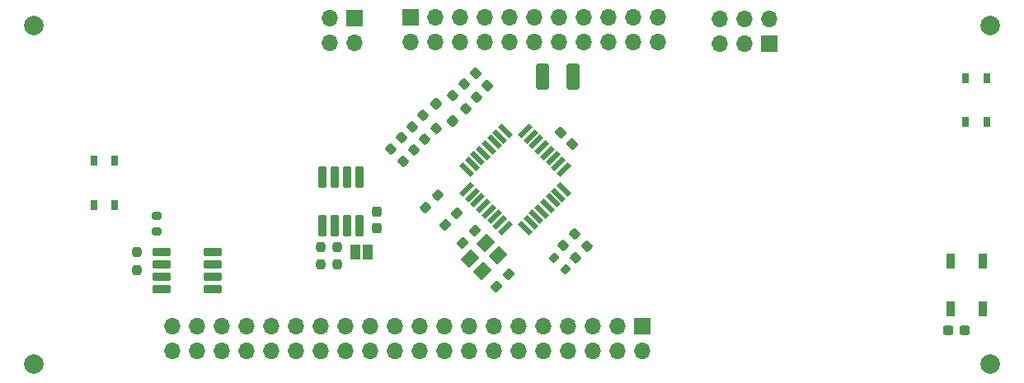
<source format=gts>
G04 #@! TF.GenerationSoftware,KiCad,Pcbnew,9.0.1-9.0.1-0~ubuntu24.04.1*
G04 #@! TF.CreationDate,2025-04-20T11:34:57-06:00*
G04 #@! TF.ProjectId,Controller,436f6e74-726f-46c6-9c65-722e6b696361,rev?*
G04 #@! TF.SameCoordinates,Original*
G04 #@! TF.FileFunction,Soldermask,Top*
G04 #@! TF.FilePolarity,Negative*
%FSLAX46Y46*%
G04 Gerber Fmt 4.6, Leading zero omitted, Abs format (unit mm)*
G04 Created by KiCad (PCBNEW 9.0.1-9.0.1-0~ubuntu24.04.1) date 2025-04-20 11:34:57*
%MOMM*%
%LPD*%
G01*
G04 APERTURE LIST*
G04 Aperture macros list*
%AMRoundRect*
0 Rectangle with rounded corners*
0 $1 Rounding radius*
0 $2 $3 $4 $5 $6 $7 $8 $9 X,Y pos of 4 corners*
0 Add a 4 corners polygon primitive as box body*
4,1,4,$2,$3,$4,$5,$6,$7,$8,$9,$2,$3,0*
0 Add four circle primitives for the rounded corners*
1,1,$1+$1,$2,$3*
1,1,$1+$1,$4,$5*
1,1,$1+$1,$6,$7*
1,1,$1+$1,$8,$9*
0 Add four rect primitives between the rounded corners*
20,1,$1+$1,$2,$3,$4,$5,0*
20,1,$1+$1,$4,$5,$6,$7,0*
20,1,$1+$1,$6,$7,$8,$9,0*
20,1,$1+$1,$8,$9,$2,$3,0*%
%AMRotRect*
0 Rectangle, with rotation*
0 The origin of the aperture is its center*
0 $1 length*
0 $2 width*
0 $3 Rotation angle, in degrees counterclockwise*
0 Add horizontal line*
21,1,$1,$2,0,0,$3*%
G04 Aperture macros list end*
%ADD10RoundRect,0.237500X-0.044194X-0.380070X0.380070X0.044194X0.044194X0.380070X-0.380070X-0.044194X0*%
%ADD11R,1.700000X1.700000*%
%ADD12O,1.700000X1.700000*%
%ADD13RoundRect,0.099250X-0.792750X-0.297750X0.792750X-0.297750X0.792750X0.297750X-0.792750X0.297750X0*%
%ADD14RoundRect,0.102000X-0.279400X0.990600X-0.279400X-0.990600X0.279400X-0.990600X0.279400X0.990600X0*%
%ADD15R,0.711200X0.990600*%
%ADD16RoundRect,0.102000X0.070711X0.848528X-0.848528X-0.070711X-0.070711X-0.848528X0.848528X0.070711X0*%
%ADD17RoundRect,0.237500X-0.344715X0.008839X0.008839X-0.344715X0.344715X-0.008839X-0.008839X0.344715X0*%
%ADD18RoundRect,0.200000X0.335876X0.053033X0.053033X0.335876X-0.335876X-0.053033X-0.053033X-0.335876X0*%
%ADD19RoundRect,0.237500X0.344715X-0.008839X-0.008839X0.344715X-0.344715X0.008839X0.008839X-0.344715X0*%
%ADD20RoundRect,0.237500X0.044194X0.380070X-0.380070X-0.044194X-0.044194X-0.380070X0.380070X0.044194X0*%
%ADD21RoundRect,0.250000X0.353553X0.000000X0.000000X0.353553X-0.353553X0.000000X0.000000X-0.353553X0*%
%ADD22RotRect,1.600000X0.550000X45.000000*%
%ADD23RotRect,1.600000X0.550000X135.000000*%
%ADD24RoundRect,0.237500X0.008839X0.344715X-0.344715X-0.008839X-0.008839X-0.344715X0.344715X0.008839X0*%
%ADD25RoundRect,0.237500X-0.380070X0.044194X0.044194X-0.380070X0.380070X-0.044194X-0.044194X0.380070X0*%
%ADD26RoundRect,0.250000X0.412500X1.100000X-0.412500X1.100000X-0.412500X-1.100000X0.412500X-1.100000X0*%
%ADD27RoundRect,0.237500X0.237500X-0.250000X0.237500X0.250000X-0.237500X0.250000X-0.237500X-0.250000X0*%
%ADD28R,1.000000X1.500000*%
%ADD29R,0.900000X1.500000*%
%ADD30RoundRect,0.200000X-0.275000X0.200000X-0.275000X-0.200000X0.275000X-0.200000X0.275000X0.200000X0*%
%ADD31RoundRect,0.237500X0.300000X0.237500X-0.300000X0.237500X-0.300000X-0.237500X0.300000X-0.237500X0*%
%ADD32RoundRect,0.237500X0.237500X-0.300000X0.237500X0.300000X-0.237500X0.300000X-0.237500X-0.300000X0*%
%ADD33RoundRect,0.237500X-0.237500X0.250000X-0.237500X-0.250000X0.237500X-0.250000X0.237500X0.250000X0*%
%ADD34C,2.000000*%
G04 APERTURE END LIST*
D10*
X160350120Y-173761880D03*
X161569880Y-172542120D03*
D11*
X180620682Y-184144257D03*
D12*
X180620682Y-186684257D03*
X178080682Y-184144257D03*
X178080682Y-186684257D03*
X175540682Y-184144257D03*
X175540682Y-186684257D03*
X173000682Y-184144257D03*
X173000682Y-186684257D03*
X170460682Y-184144257D03*
X170460682Y-186684257D03*
X167920682Y-184144257D03*
X167920682Y-186684257D03*
X165380682Y-184144257D03*
X165380682Y-186684257D03*
X162840682Y-184144257D03*
X162840682Y-186684257D03*
X160300682Y-184144257D03*
X160300682Y-186684257D03*
X157760682Y-184144257D03*
X157760682Y-186684257D03*
X155220682Y-184144257D03*
X155220682Y-186684257D03*
X152680682Y-184144257D03*
X152680682Y-186684257D03*
X150140682Y-184144257D03*
X150140682Y-186684257D03*
X147600682Y-184144257D03*
X147600682Y-186684257D03*
X145060682Y-184144257D03*
X145060682Y-186684257D03*
X142520682Y-184144257D03*
X142520682Y-186684257D03*
X139980682Y-184144257D03*
X139980682Y-186684257D03*
X137440682Y-184144257D03*
X137440682Y-186684257D03*
X134900682Y-184144257D03*
X134900682Y-186684257D03*
X132360682Y-184144257D03*
X132360682Y-186684257D03*
D13*
X136540850Y-176550000D03*
X136540850Y-177820000D03*
X136540850Y-179090000D03*
X136540850Y-180360000D03*
X131290850Y-180360000D03*
X131290850Y-176550000D03*
X131290850Y-177820000D03*
X131290850Y-179090000D03*
D14*
X151585000Y-168876200D03*
X150315000Y-168876200D03*
X149045000Y-168876200D03*
X147775000Y-168876200D03*
X147775000Y-173803800D03*
X149045000Y-173803800D03*
X150315000Y-173803800D03*
X151585000Y-173803800D03*
D15*
X124320002Y-171690002D03*
X124320002Y-167190000D03*
X126470000Y-171690002D03*
X126470000Y-167190000D03*
X213820002Y-163180002D03*
X213820002Y-158680000D03*
X215970000Y-163180002D03*
X215970000Y-158680000D03*
D16*
X164569664Y-175592764D03*
X162943318Y-177219110D03*
X164216110Y-178491902D03*
X165842456Y-176865556D03*
D17*
X173776765Y-177123529D03*
X172486295Y-175833059D03*
D18*
X171552637Y-177140637D03*
X172719363Y-178307363D03*
D19*
X173660000Y-174676000D03*
X174950470Y-175966470D03*
D10*
X165669293Y-180079551D03*
X166889053Y-178859791D03*
D20*
X163400475Y-174362428D03*
X162180715Y-175582188D03*
D21*
X161187353Y-163046396D03*
X159419587Y-161278630D03*
D22*
X162594897Y-170113305D03*
X163160583Y-170678990D03*
X163726268Y-171244676D03*
X164291953Y-171810361D03*
X164857639Y-172376047D03*
X165423324Y-172941732D03*
X165989010Y-173507417D03*
X166554695Y-174073103D03*
D23*
X168605305Y-174073103D03*
X169170990Y-173507417D03*
X169736676Y-172941732D03*
X170302361Y-172376047D03*
X170868047Y-171810361D03*
X171433732Y-171244676D03*
X171999417Y-170678990D03*
X172565103Y-170113305D03*
D22*
X172565103Y-168062695D03*
X171999417Y-167497010D03*
X171433732Y-166931324D03*
X170868047Y-166365639D03*
X170302361Y-165799953D03*
X169736676Y-165234268D03*
X169170990Y-164668583D03*
X168605305Y-164102897D03*
D23*
X166554695Y-164102897D03*
X165989010Y-164668583D03*
X165423324Y-165234268D03*
X164857639Y-165799953D03*
X164291953Y-166365639D03*
X163726268Y-166931324D03*
X163160583Y-167497010D03*
X162594897Y-168062695D03*
D17*
X154801221Y-165928749D03*
X156091691Y-167219219D03*
D19*
X162472705Y-161791748D03*
X161182235Y-160501278D03*
D17*
X162346765Y-159298765D03*
X163637235Y-160589235D03*
X158134235Y-162533278D03*
X159424705Y-163823748D03*
X157003861Y-163675841D03*
X158294331Y-164966311D03*
D19*
X157176033Y-166087026D03*
X155885563Y-164796556D03*
D24*
X159658303Y-170717876D03*
X158367833Y-172008346D03*
D11*
X193660144Y-155100134D03*
D12*
X193660144Y-152560134D03*
X191120144Y-155100134D03*
X191120144Y-152560134D03*
X188580144Y-155100134D03*
X188580144Y-152560134D03*
D25*
X163484480Y-158189668D03*
X164704240Y-159409428D03*
X172198210Y-164234300D03*
X173417970Y-165454060D03*
D26*
X173525495Y-158528772D03*
X170400495Y-158528772D03*
D27*
X149285001Y-177826300D03*
X149285001Y-176001300D03*
D28*
X151155001Y-176503799D03*
X152455001Y-176503799D03*
D29*
X212320000Y-182400000D03*
X215620000Y-182400000D03*
X215620000Y-177500000D03*
X212320000Y-177500000D03*
D30*
X130790000Y-172805000D03*
X130790000Y-174455000D03*
D31*
X213760000Y-184610000D03*
X212035000Y-184610000D03*
D32*
X153315000Y-174123800D03*
X153315000Y-172398800D03*
D11*
X151070000Y-152490000D03*
D12*
X148530000Y-152490000D03*
X151070000Y-155030000D03*
X148530000Y-155030000D03*
D33*
X128680000Y-176547500D03*
X128680000Y-178372500D03*
D34*
X118170000Y-153230000D03*
X118170000Y-188070000D03*
X216370000Y-153230000D03*
X216370000Y-188070000D03*
D11*
X156829318Y-152425743D03*
D12*
X159369318Y-152425743D03*
X161909318Y-152425743D03*
X164449318Y-152425743D03*
X166989318Y-152425743D03*
X169529318Y-152425743D03*
X172069318Y-152425743D03*
X174609318Y-152425743D03*
X177149318Y-152425743D03*
X179689318Y-152425743D03*
X182229318Y-152425743D03*
X156829318Y-154965743D03*
X159369318Y-154965743D03*
X161909318Y-154965743D03*
X164449318Y-154965743D03*
X166989318Y-154965743D03*
X169529318Y-154965743D03*
X172069318Y-154965743D03*
X174609318Y-154965743D03*
X177149318Y-154965743D03*
X179689318Y-154965743D03*
X182229318Y-154965743D03*
D27*
X147635000Y-177826300D03*
X147635000Y-176001300D03*
M02*

</source>
